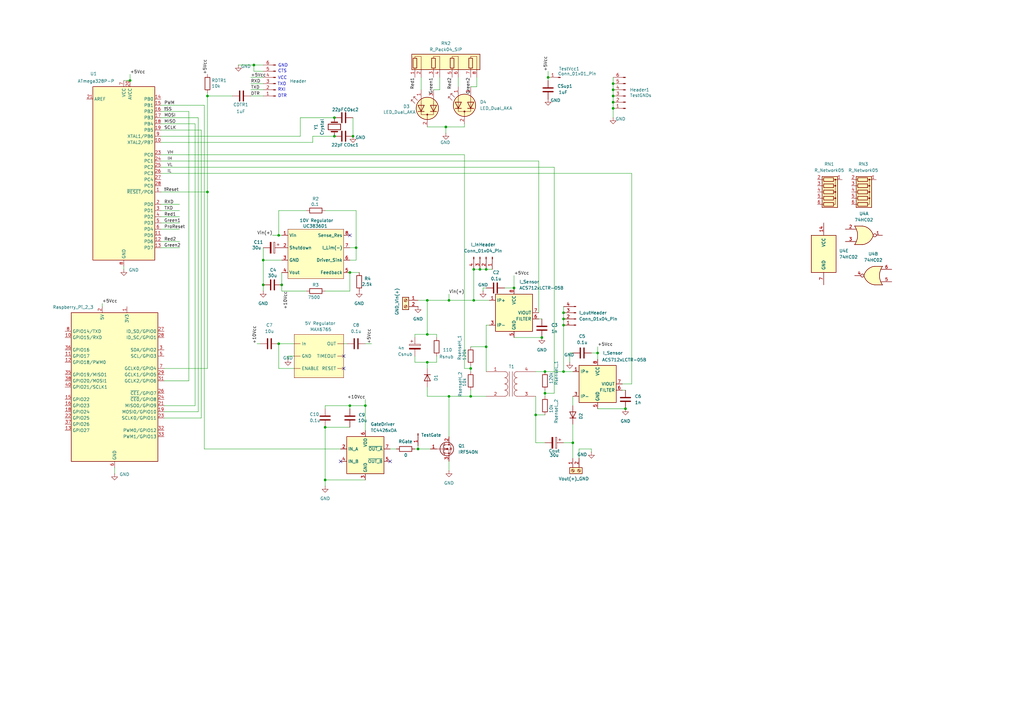
<source format=kicad_sch>
(kicad_sch (version 20250114) (generator "eeschema") (generator_version "9.0")
  (paper "A3")
  (lib_symbols
    (symbol "74xx:74HC02" (pin_names (offset 1.016))
      (property "Reference" "U" (at 0 1.27 0))
      (property "Value" "74HC02" (at 0 -1.27 0))
      (symbol "74HC02_1_1"
        (pin input line (at -7.62 2.54 0) (length 4.318) (name "~") (number "2"))
        (pin input line (at -7.62 -2.54 0) (length 4.318) (name "~") (number "3"))
        (pin output inverted (at 7.62 0 180) (length 3.81) (name "~") (number "1"))
      )
      (symbol "74HC02_1_2"
        (pin input inverted (at -7.62 2.54 0) (length 3.81) (name "~") (number "2"))
        (pin input inverted (at -7.62 -2.54 0) (length 3.81) (name "~") (number "3"))
        (pin output line (at 7.62 0 180) (length 3.81) (name "~") (number "1"))
      )
      (symbol "74HC02_2_1"
        (pin input line (at -7.62 2.54 0) (length 4.318) (name "~") (number "5"))
        (pin input line (at -7.62 -2.54 0) (length 4.318) (name "~") (number "6"))
        (pin output inverted (at 7.62 0 180) (length 3.81) (name "~") (number "4"))
      )
      (symbol "74HC02_2_2"
        (pin input inverted (at -7.62 2.54 0) (length 3.81) (name "~") (number "5"))
        (pin input inverted (at -7.62 -2.54 0) (length 3.81) (name "~") (number "6"))
        (pin output line (at 7.62 0 180) (length 3.81) (name "~") (number "4"))
      )
      (symbol "74HC02_3_1"
        (pin input line (at -7.62 2.54 0) (length 4.318) (name "~") (number "8"))
        (pin input line (at -7.62 -2.54 0) (length 4.318) (name "~") (number "9"))
        (pin output inverted (at 7.62 0 180) (length 3.81) (name "~") (number "10"))
      )
      (symbol "74HC02_3_2"
        (pin input inverted (at -7.62 2.54 0) (length 3.81) (name "~") (number "8"))
        (pin input inverted (at -7.62 -2.54 0) (length 3.81) (name "~") (number "9"))
        (pin output line (at 7.62 0 180) (length 3.81) (name "~") (number "10"))
      )
      (symbol "74HC02_4_1"
        (pin input line (at -7.62 2.54 0) (length 4.318) (name "~") (number "11"))
        (pin input line (at -7.62 -2.54 0) (length 4.318) (name "~") (number "12"))
        (pin output inverted (at 7.62 0 180) (length 3.81) (name "~") (number "13"))
      )
      (symbol "74HC02_4_2"
        (pin input inverted (at -7.62 2.54 0) (length 3.81) (name "~") (number "11"))
        (pin input inverted (at -7.62 -2.54 0) (length 3.81) (name "~") (number "12"))
        (pin output line (at 7.62 0 180) (length 3.81) (name "~") (number "13"))
      )
      (symbol "74HC02_5_0"
        (pin power_in line (at 0 12.7 270) (length 5.08) (name "VCC") (number "14"))
        (pin power_in line (at 0 -12.7 90) (length 5.08) (name "GND") (number "7"))
      )
    )
    (symbol "Connector:Conn_01x01_Pin" (pin_names (offset 1.016) (hide yes))
      (property "Reference" "J" (at 0 2.54 0))
      (property "Value" "Conn_01x01_Pin" (at 0 -2.54 0))
      (symbol "Conn_01x01_Pin_1_1"
        (pin passive line (at 5.08 0 180) (length 3.81) (name "Pin_1") (number "1"))
      )
    )
    (symbol "Connector:Conn_01x04_Pin" (pin_names (offset 1.016) (hide yes))
      (property "Reference" "J" (at 0 5.08 0))
      (property "Value" "Conn_01x04_Pin" (at 0 -7.62 0))
      (symbol "Conn_01x04_Pin_1_1"
        (pin passive line (at 5.08 2.54 180) (length 3.81) (name "Pin_1") (number "1"))
        (pin passive line (at 5.08 0 180) (length 3.81) (name "Pin_2") (number "2"))
        (pin passive line (at 5.08 -2.54 180) (length 3.81) (name "Pin_3") (number "3"))
        (pin passive line (at 5.08 -5.08 180) (length 3.81) (name "Pin_4") (number "4"))
      )
    )
    (symbol "Connector:Raspberry_Pi_2_3"
      (property "Reference" "J" (at -17.78 31.75 0))
      (property "Value" "Raspberry_Pi_2_3" (at 10.16 -31.75 0))
      (symbol "Raspberry_Pi_2_3_1_1"
        (pin bidirectional line (at -20.32 22.86 0) (length 2.54) (name "GPIO14/TXD") (number "8"))
        (pin bidirectional line (at -20.32 20.32 0) (length 2.54) (name "GPIO15/RXD") (number "10"))
        (pin bidirectional line (at -20.32 15.24 0) (length 2.54) (name "GPIO16") (number "36"))
        (pin bidirectional line (at -20.32 12.7 0) (length 2.54) (name "GPIO17") (number "11"))
        (pin bidirectional line (at -20.32 10.16 0) (length 2.54) (name "GPIO18/PWM0") (number "12"))
        (pin bidirectional line (at -20.32 5.08 0) (length 2.54) (name "GPIO19/MISO1") (number "35"))
        (pin bidirectional line (at -20.32 2.54 0) (length 2.54) (name "GPIO20/MOSI1") (number "38"))
        (pin bidirectional line (at -20.32 0 0) (length 2.54) (name "GPIO21/SCLK1") (number "40"))
        (pin bidirectional line (at -20.32 -5.08 0) (length 2.54) (name "GPIO22") (number "15"))
        (pin bidirectional line (at -20.32 -7.62 0) (length 2.54) (name "GPIO23") (number "16"))
        (pin bidirectional line (at -20.32 -10.16 0) (length 2.54) (name "GPIO24") (number "18"))
        (pin bidirectional line (at -20.32 -12.7 0) (length 2.54) (name "GPIO25") (number "22"))
        (pin bidirectional line (at -20.32 -15.24 0) (length 2.54) (name "GPIO26") (number "37"))
        (pin bidirectional line (at -20.32 -17.78 0) (length 2.54) (name "GPIO27") (number "13"))
        (pin power_in line (at -5.08 33.02 270) (length 2.54) (name "5V") (number "2"))
        (pin passive line (at -5.08 33.02 270) (length 2.54) (hide yes) (name "5V") (number "4"))
        (pin passive line (at 0 -33.02 90) (length 2.54) (hide yes) (name "GND") (number "14"))
        (pin passive line (at 0 -33.02 90) (length 2.54) (hide yes) (name "GND") (number "20"))
        (pin passive line (at 0 -33.02 90) (length 2.54) (hide yes) (name "GND") (number "25"))
        (pin passive line (at 0 -33.02 90) (length 2.54) (hide yes) (name "GND") (number "30"))
        (pin passive line (at 0 -33.02 90) (length 2.54) (hide yes) (name "GND") (number "34"))
        (pin passive line (at 0 -33.02 90) (length 2.54) (hide yes) (name "GND") (number "39"))
        (pin power_in line (at 0 -33.02 90) (length 2.54) (name "GND") (number "6"))
        (pin passive line (at 0 -33.02 90) (length 2.54) (hide yes) (name "GND") (number "9"))
        (pin power_in line (at 5.08 33.02 270) (length 2.54) (name "3V3") (number "1"))
        (pin passive line (at 5.08 33.02 270) (length 2.54) (hide yes) (name "3V3") (number "17"))
        (pin bidirectional line (at 20.32 22.86 180) (length 2.54) (name "ID_SD/GPIO0") (number "27"))
        (pin bidirectional line (at 20.32 20.32 180) (length 2.54) (name "ID_SC/GPIO1") (number "28"))
        (pin bidirectional line (at 20.32 15.24 180) (length 2.54) (name "SDA/GPIO2") (number "3"))
        (pin bidirectional line (at 20.32 12.7 180) (length 2.54) (name "SCL/GPIO3") (number "5"))
        (pin bidirectional line (at 20.32 7.62 180) (length 2.54) (name "GCLK0/GPIO4") (number "7"))
        (pin bidirectional line (at 20.32 5.08 180) (length 2.54) (name "GCLK1/GPIO5") (number "29"))
        (pin bidirectional line (at 20.32 2.54 180) (length 2.54) (name "GCLK2/GPIO6") (number "31"))
        (pin bidirectional line (at 20.32 -2.54 180) (length 2.54) (name "~{CE1}/GPIO7") (number "26"))
        (pin bidirectional line (at 20.32 -5.08 180) (length 2.54) (name "~{CE0}/GPIO8") (number "24"))
        (pin bidirectional line (at 20.32 -7.62 180) (length 2.54) (name "MISO0/GPIO9") (number "21"))
        (pin bidirectional line (at 20.32 -10.16 180) (length 2.54) (name "MOSI0/GPIO10") (number "19"))
        (pin bidirectional line (at 20.32 -12.7 180) (length 2.54) (name "SCLK0/GPIO11") (number "23"))
        (pin bidirectional line (at 20.32 -17.78 180) (length 2.54) (name "PWM0/GPIO12") (number "32"))
        (pin bidirectional line (at 20.32 -20.32 180) (length 2.54) (name "PWM1/GPIO13") (number "33"))
      )
    )
    (symbol "Connector:Screw_Terminal_01x02" (pin_names (offset 1.016) (hide yes))
      (property "Reference" "J" (at 0 2.54 0))
      (property "Value" "Screw_Terminal_01x02" (at 0 -5.08 0))
      (symbol "Screw_Terminal_01x02_1_1"
        (pin passive line (at -5.08 0 0) (length 3.81) (name "Pin_1") (number "1"))
        (pin passive line (at -5.08 -2.54 0) (length 3.81) (name "Pin_2") (number "2"))
      )
    )
    (symbol "Device:C" (pin_numbers (hide yes)) (pin_names (offset 0.254))
      (property "Reference" "C" (at 0.635 2.54 0))
      (property "Value" "C" (at 0.635 -2.54 0))
      (symbol "C_1_1"
        (pin passive line (at 0 3.81 270) (length 2.794) (name "~") (number "1"))
        (pin passive line (at 0 -3.81 90) (length 2.794) (name "~") (number "2"))
      )
    )
    (symbol "Device:C_Polarized" (pin_numbers (hide yes)) (pin_names (offset 0.254))
      (property "Reference" "C" (at 0.635 2.54 0))
      (property "Value" "C_Polarized" (at 0.635 -2.54 0))
      (symbol "C_Polarized_1_1"
        (pin passive line (at 0 3.81 270) (length 2.794) (name "~") (number "1"))
        (pin passive line (at 0 -3.81 90) (length 2.794) (name "~") (number "2"))
      )
    )
    (symbol "Device:D" (pin_numbers (hide yes)) (pin_names (offset 1.016) (hide yes))
      (property "Reference" "D" (at 0 2.54 0))
      (property "Value" "D" (at 0 -2.54 0))
      (symbol "D_1_1"
        (pin passive line (at -3.81 0 0) (length 2.54) (name "K") (number "1"))
        (pin passive line (at 3.81 0 180) (length 2.54) (name "A") (number "2"))
      )
    )
    (symbol "Device:LED_Dual_AKA" (pin_names (offset 0) (hide yes))
      (property "Reference" "D" (at 0 5.715 0))
      (property "Value" "LED_Dual_AKA" (at 0 -6.35 0))
      (symbol "LED_Dual_AKA_1_1"
        (pin input line (at -7.62 0 0) (length 3.048) (name "K") (number "2"))
        (pin input line (at 7.62 2.54 180) (length 3.81) (name "A1") (number "1"))
        (pin input line (at 7.62 -2.54 180) (length 3.81) (name "A2") (number "3"))
      )
    )
    (symbol "Device:R" (pin_numbers (hide yes)) (pin_names (offset 0))
      (property "Reference" "R" (at 2.032 0 90))
      (property "Value" "R" (at 0 0 90))
      (symbol "R_1_1"
        (pin passive line (at 0 3.81 270) (length 1.27) (name "~") (number "1"))
        (pin passive line (at 0 -3.81 90) (length 1.27) (name "~") (number "2"))
      )
    )
    (symbol "Device:R_Network05" (pin_names (offset 0) (hide yes))
      (property "Reference" "RN" (at -7.62 0 90))
      (property "Value" "R_Network05" (at 7.62 0 90))
      (symbol "R_Network05_1_1"
        (pin passive line (at -5.08 5.08 270) (length 2.54) (name "common") (number "1"))
        (pin passive line (at -5.08 -5.08 90) (length 1.27) (name "R1") (number "2"))
        (pin passive line (at -2.54 -5.08 90) (length 1.27) (name "R2") (number "3"))
        (pin passive line (at 0 -5.08 90) (length 1.27) (name "R3") (number "4"))
        (pin passive line (at 2.54 -5.08 90) (length 1.27) (name "R4") (number "5"))
        (pin passive line (at 5.08 -5.08 90) (length 1.27) (name "R5") (number "6"))
      )
    )
    (symbol "Device:R_Pack04_SIP" (pin_names (offset 0) (hide yes))
      (property "Reference" "RN" (at -15.24 0 90))
      (property "Value" "R_Pack04_SIP" (at 15.24 0 90))
      (symbol "R_Pack04_SIP_1_1"
        (pin passive line (at -12.7 -5.08 90) (length 3.81) (name "R1.1") (number "1"))
        (pin passive line (at -10.16 -5.08 90) (length 3.81) (name "R1.2") (number "2"))
        (pin passive line (at -5.08 -5.08 90) (length 3.81) (name "R2.1") (number "3"))
        (pin passive line (at -2.54 -5.08 90) (length 3.81) (name "R2.2") (number "4"))
        (pin passive line (at 2.54 -5.08 90) (length 3.81) (name "R3.1") (number "5"))
        (pin passive line (at 5.08 -5.08 90) (length 3.81) (name "R3.2") (number "6"))
        (pin passive line (at 10.16 -5.08 90) (length 3.81) (name "R4.1") (number "7"))
        (pin passive line (at 12.7 -5.08 90) (length 3.81) (name "R4.2") (number "8"))
      )
    )
    (symbol "Device:Transformer_1P_1S" (pin_names (offset 1.016) (hide yes))
      (property "Reference" "T" (at 0 6.35 0))
      (property "Value" "Transformer_1P_1S" (at 0 -7.62 0))
      (symbol "Transformer_1P_1S_1_1"
        (pin passive line (at -10.16 5.08 0) (length 7.62) (name "AA") (number "1"))
        (pin passive line (at -10.16 -5.08 0) (length 7.62) (name "AB") (number "2"))
        (pin passive line (at 10.16 5.08 180) (length 7.62) (name "SB") (number "4"))
        (pin passive line (at 10.16 -5.08 180) (length 7.62) (name "SA") (number "3"))
      )
    )
    (symbol "Driver_FET:TC4426xOA"
      (property "Reference" "U" (at -7.62 8.89 0))
      (property "Value" "TC4426xOA" (at 1.27 8.89 0))
      (symbol "TC4426xOA_1_1"
        (pin input line (at -10.16 2.54 0) (length 2.54) (name "IN_A") (number "2"))
        (pin input line (at -10.16 -2.54 0) (length 2.54) (name "IN_B") (number "4"))
        (pin no_connect line (at -7.62 0 0) (length 2.54) (hide yes) (name "NC") (number "1"))
        (pin power_in line (at 0 10.16 270) (length 2.54) (name "VDD") (number "6"))
        (pin power_in line (at 0 -10.16 90) (length 2.54) (name "GND") (number "3"))
        (pin no_connect line (at 7.62 0 180) (length 2.54) (hide yes) (name "NC") (number "8"))
        (pin output line (at 10.16 2.54 180) (length 2.54) (name "~{OUT_A}") (number "7"))
        (pin output line (at 10.16 -2.54 180) (length 2.54) (name "~{OUT_B}") (number "5"))
      )
    )
    (symbol "MCU_Microchip_ATmega:ATmega328P-P"
      (property "Reference" "U" (at -12.7 36.83 0))
      (property "Value" "ATmega328P-P" (at 2.54 -36.83 0))
      (symbol "ATmega328P-P_1_1"
        (pin passive line (at -15.24 30.48 0) (length 2.54) (name "AREF") (number "21"))
        (pin power_in line (at 0 38.1 270) (length 2.54) (name "VCC") (number "7"))
        (pin passive line (at 0 -38.1 90) (length 2.54) (hide yes) (name "GND") (number "22"))
        (pin power_in line (at 0 -38.1 90) (length 2.54) (name "GND") (number "8"))
        (pin power_in line (at 2.54 38.1 270) (length 2.54) (name "AVCC") (number "20"))
        (pin bidirectional line (at 15.24 30.48 180) (length 2.54) (name "PB0") (number "14"))
        (pin bidirectional line (at 15.24 27.94 180) (length 2.54) (name "PB1") (number "15"))
        (pin bidirectional line (at 15.24 25.4 180) (length 2.54) (name "PB2") (number "16"))
        (pin bidirectional line (at 15.24 22.86 180) (length 2.54) (name "PB3") (number "17"))
        (pin bidirectional line (at 15.24 20.32 180) (length 2.54) (name "PB4") (number "18"))
        (pin bidirectional line (at 15.24 17.78 180) (length 2.54) (name "PB5") (number "19"))
        (pin bidirectional line (at 15.24 15.24 180) (length 2.54) (name "XTAL1/PB6") (number "9"))
        (pin bidirectional line (at 15.24 12.7 180) (length 2.54) (name "XTAL2/PB7") (number "10"))
        (pin bidirectional line (at 15.24 7.62 180) (length 2.54) (name "PC0") (number "23"))
        (pin bidirectional line (at 15.24 5.08 180) (length 2.54) (name "PC1") (number "24"))
        (pin bidirectional line (at 15.24 2.54 180) (length 2.54) (name "PC2") (number "25"))
        (pin bidirectional line (at 15.24 0 180) (length 2.54) (name "PC3") (number "26"))
        (pin bidirectional line (at 15.24 -2.54 180) (length 2.54) (name "PC4") (number "27"))
        (pin bidirectional line (at 15.24 -5.08 180) (length 2.54) (name "PC5") (number "28"))
        (pin bidirectional line (at 15.24 -7.62 180) (length 2.54) (name "~{RESET}/PC6") (number "1"))
        (pin bidirectional line (at 15.24 -12.7 180) (length 2.54) (name "PD0") (number "2"))
        (pin bidirectional line (at 15.24 -15.24 180) (length 2.54) (name "PD1") (number "3"))
        (pin bidirectional line (at 15.24 -17.78 180) (length 2.54) (name "PD2") (number "4"))
        (pin bidirectional line (at 15.24 -20.32 180) (length 2.54) (name "PD3") (number "5"))
        (pin bidirectional line (at 15.24 -22.86 180) (length 2.54) (name "PD4") (number "6"))
        (pin bidirectional line (at 15.24 -25.4 180) (length 2.54) (name "PD5") (number "11"))
        (pin bidirectional line (at 15.24 -27.94 180) (length 2.54) (name "PD6") (number "12"))
        (pin bidirectional line (at 15.24 -30.48 180) (length 2.54) (name "PD7") (number "13"))
      )
    )
    (symbol "New_Library:MAX6765"
      (property "Reference" "MAX6765" (at 0 0 0))
      (symbol "MAX6765_1_1"
        (pin input line (at -10.16 -5.08 0) (length 2.54) (name "In") (number ""))
        (pin input line (at -10.16 -10.16 0) (length 2.54) (name "GND") (number ""))
        (pin input line (at -10.16 -15.24 0) (length 2.54) (name "ENABLE") (number ""))
        (pin input line (at 10.16 -5.08 180) (length 2.54) (name "OUT") (number ""))
        (pin input line (at 10.16 -10.16 180) (length 2.54) (name "TIMEOUT") (number ""))
        (pin input line (at 10.16 -15.24 180) (length 2.54) (name "RESET") (number ""))
      )
    )
    (symbol "Regulator:UC2836D"
      (property "Reference" "UC2836D" (at 0 0 0))
      (symbol "UC2836D_1_1"
        (pin input line (at -13.97 -3.81 0) (length 2.54) (name "Vin") (number "1"))
        (pin input line (at -13.97 -8.89 0) (length 2.54) (name "Shutdown") (number "2"))
        (pin output line (at -13.97 -13.97 0) (length 2.54) (name "GND") (number "3"))
        (pin output line (at -13.97 -19.05 0) (length 2.54) (name "Vout") (number "4"))
        (pin unspecified line (at 13.97 -3.81 180) (length 2.54) (name "Sense_Res") (number "8"))
        (pin output line (at 13.97 -8.89 180) (length 2.54) (name "I_Lim(-)") (number "7"))
        (pin input line (at 13.97 -13.97 180) (length 2.54) (name "Driver_Sink") (number "6"))
        (pin input line (at 13.97 -19.05 180) (length 2.54) (name "Feedback") (number "5"))
      )
    )
    (symbol "Sensor_Current:ACS712xLCTR-05B"
      (property "Reference" "U" (at 2.54 11.43 0))
      (property "Value" "ACS712xLCTR-05B" (at 2.54 8.89 0))
      (symbol "ACS712xLCTR-05B_1_1"
        (pin passive line (at -10.16 5.08 0) (length 2.54) (name "IP+") (number "1"))
        (pin passive line (at -10.16 5.08 0) (length 2.54) (hide yes) (name "IP+") (number "2"))
        (pin passive line (at -10.16 -5.08 0) (length 2.54) (name "IP-") (number "3"))
        (pin passive line (at -10.16 -5.08 0) (length 2.54) (hide yes) (name "IP-") (number "4"))
        (pin power_in line (at 0 10.16 270) (length 2.54) (name "VCC") (number "8"))
        (pin power_in line (at 0 -10.16 90) (length 2.54) (name "GND") (number "5"))
        (pin output line (at 10.16 0 180) (length 2.54) (name "VIOUT") (number "7"))
        (pin passive line (at 10.16 -2.54 180) (length 2.54) (name "FILTER") (number "6"))
      )
    )
    (symbol "Transistor_FET:IRF540N" (pin_names (hide yes))
      (property "Reference" "Q" (at 5.08 1.905 0))
      (property "Value" "IRF540N" (at 5.08 0 0))
      (symbol "IRF540N_1_1"
        (pin input line (at -5.08 0 0) (length 2.54) (name "G") (number "1"))
        (pin passive line (at 2.54 5.08 270) (length 2.54) (name "D") (number "2"))
        (pin passive line (at 2.54 -5.08 90) (length 2.54) (name "S") (number "3"))
      )
    )
    (symbol "Xtal_16MHz:Crystal" (pin_numbers (hide yes)) (pin_names (offset 1.016) (hide yes))
      (property "Reference" "Y" (at 0 3.81 0))
      (property "Value" "Crystal" (at 0 -3.81 0))
      (symbol "Crystal_1_1"
        (pin passive line (at -3.81 0 0) (length 1.27) (name "1") (number "1"))
        (pin passive line (at 3.81 0 180) (length 1.27) (name "2") (number "2"))
      )
    )
    (symbol "conn_01x06_male:Conn_01x06_Male" (pin_names (offset 1.016) (hide yes))
      (property "Reference" "HeaderFTDI1" (at -6.35 -1.524 0))
      (property "Value" "Conn_01x06_Male" (at -6.35 -3.8354 0))
      (symbol "Conn_01x06_Male_1_1"
        (pin passive line (at 5.08 5.08 180) (length 3.81) (name "Pin_1") (number "1"))
        (pin passive line (at 5.08 2.54 180) (length 3.81) (name "Pin_2") (number "2"))
        (pin passive line (at 5.08 0 180) (length 3.81) (name "Pin_3") (number "3"))
        (pin passive line (at 5.08 -2.54 180) (length 3.81) (name "Pin_4") (number "4"))
        (pin passive line (at 5.08 -5.08 180) (length 3.81) (name "Pin_5") (number "5"))
        (pin passive line (at 5.08 -7.62 180) (length 3.81) (name "Pin_6") (number "6"))
      )
    )
    (symbol "power:GND" (power) (pin_numbers (hide yes)) (pin_names (offset 0) (hide yes))
      (property "Value" "GND" (at 0 -3.81 0))
      (symbol "GND_1_1"
        (pin power_in line (at 0 0 270) (length 0) (name "~") (number "1"))
      )
    )
  )
  (text "VCC" (at 115.824 32.004 0) (effects (font (size 1.27 1.27))))
  (text "CTS\n" (at 115.824 29.21 0) (effects (font (size 1.27 1.27))))
  (text "TXO\n\n" (at 115.57 35.56 0) (effects (font (size 1.27 1.27))))
  (text "DTR\n" (at 115.824 39.37 0) (effects (font (size 1.27 1.27))))
  (text "RXI\n" (at 115.57 36.83 0) (effects (font (size 1.27 1.27))))
  (text "GND\n\n" (at 116.078 27.94 0) (effects (font (size 1.27 1.27))))
  (junction (at 175.26 123.19))
  (junction (at 231.14 130.81))
  (junction (at 133.35 175.26))
  (junction (at 149.86 166.37))
  (junction (at 199.39 110.49))
  (junction (at 143.51 166.37))
  (junction (at 194.31 123.19))
  (junction (at 175.26 137.16))
  (junction (at 210.82 118.11))
  (junction (at 196.85 110.49))
  (junction (at 251.46 41.91))
  (junction (at 231.14 128.27))
  (junction (at 193.04 151.13))
  (junction (at 182.88 52.07))
  (junction (at 104.14 26.67))
  (junction (at 224.79 31.75))
  (junction (at 245.11 144.78))
  (junction (at 234.95 181.61))
  (junction (at 144.78 55.88))
  (junction (at 251.46 44.45))
  (junction (at 115.57 116.84))
  (junction (at 114.3 140.97))
  (junction (at 231.14 152.4))
  (junction (at 171.45 184.15))
  (junction (at 107.95 106.68))
  (junction (at 251.46 36.83))
  (junction (at 231.14 133.35))
  (junction (at 251.46 34.29))
  (junction (at 223.52 161.29))
  (junction (at 175.26 148.59))
  (junction (at 143.51 111.76))
  (junction (at 193.04 162.56))
  (junction (at 85.09 39.37))
  (junction (at 184.15 123.19))
  (junction (at 184.15 162.56))
  (junction (at 194.31 110.49))
  (junction (at 223.52 152.4))
  (junction (at 107.95 116.84))
  (junction (at 256.54 167.64))
  (junction (at 222.25 138.43))
  (junction (at 146.05 101.6))
  (junction (at 114.3 96.52))
  (junction (at 251.46 39.37))
  (junction (at 85.09 78.74))
  (junction (at 53.34 33.02))
  (junction (at 199.39 142.24))
  (junction (at 137.16 55.88))
  (junction (at 137.16 48.26))
  (junction (at 133.35 196.85))
  (junction (at 219.71 170.18))
  (no_connect (at 140.97 151.13))
  (no_connect (at 143.51 96.52))
  (no_connect (at 140.97 146.05))
  (no_connect (at 139.7 189.23))
  (no_connect (at 160.02 189.23))
  (wire (pts (xy 80.01 166.37) (xy 80.01 50.8)))
  (wire (pts (xy 231.14 133.35) (xy 231.14 152.4)))
  (wire (pts (xy 67.31 166.37) (xy 80.01 166.37)))
  (wire (pts (xy 146.05 106.68) (xy 146.05 101.6)))
  (wire (pts (xy 123.19 55.88) (xy 66.04 55.88)))
  (wire (pts (xy 234.95 162.56) (xy 234.95 166.37)))
  (wire (pts (xy 251.46 34.29) (xy 251.46 36.83)))
  (wire (pts (xy 111.76 96.52) (xy 114.3 96.52)))
  (wire (pts (xy 219.71 170.18) (xy 223.52 170.18)))
  (wire (pts (xy 194.31 110.49) (xy 196.85 110.49)))
  (wire (pts (xy 193.04 142.24) (xy 199.39 142.24)))
  (wire (pts (xy 46.99 191.77) (xy 46.99 194.31)))
  (wire (pts (xy 219.71 162.56) (xy 219.71 170.18)))
  (wire (pts (xy 223.52 152.4) (xy 231.14 152.4)))
  (wire (pts (xy 219.71 170.18) (xy 219.71 181.61)))
  (wire (pts (xy 77.47 156.21) (xy 77.47 45.72)))
  (wire (pts (xy 199.39 118.11) (xy 198.12 118.11)))
  (wire (pts (xy 190.5 151.13) (xy 193.04 151.13)))
  (wire (pts (xy 222.25 130.81) (xy 220.98 130.81)))
  (wire (pts (xy 128.27 55.88) (xy 128.27 58.42)))
  (wire (pts (xy 231.14 130.81) (xy 231.14 133.35)))
  (wire (pts (xy 179.07 148.59) (xy 179.07 146.05)))
  (wire (pts (xy 133.35 175.26) (xy 133.35 196.85)))
  (wire (pts (xy 199.39 162.56) (xy 193.04 162.56)))
  (wire (pts (xy 85.09 78.74) (xy 85.09 39.37)))
  (wire (pts (xy 102.87 34.29) (xy 107.95 34.29)))
  (wire (pts (xy 133.35 86.36) (xy 146.05 86.36)))
  (wire (pts (xy 83.82 43.18) (xy 83.82 184.15)))
  (wire (pts (xy 207.01 118.11) (xy 210.82 118.11)))
  (wire (pts (xy 182.88 52.07) (xy 190.5 52.07)))
  (wire (pts (xy 67.31 171.45) (xy 82.55 171.45)))
  (wire (pts (xy 259.08 71.12) (xy 259.08 157.48)))
  (wire (pts (xy 118.11 146.05) (xy 120.65 146.05)))
  (wire (pts (xy 245.11 144.78) (xy 245.11 147.32)))
  (wire (pts (xy 105.41 140.97) (xy 106.68 140.97)))
  (wire (pts (xy 251.46 41.91) (xy 251.46 44.45)))
  (wire (pts (xy 175.26 52.07) (xy 182.88 52.07)))
  (wire (pts (xy 180.34 31.75) (xy 180.34 36.83)))
  (wire (pts (xy 160.02 184.15) (xy 162.56 184.15)))
  (wire (pts (xy 133.35 119.38) (xy 143.51 119.38)))
  (wire (pts (xy 251.46 39.37) (xy 251.46 41.91)))
  (wire (pts (xy 85.09 39.37) (xy 95.25 39.37)))
  (wire (pts (xy 82.55 171.45) (xy 82.55 53.34)))
  (wire (pts (xy 104.14 26.67) (xy 107.95 26.67)))
  (wire (pts (xy 231.14 125.73) (xy 231.14 128.27)))
  (wire (pts (xy 66.04 83.82) (xy 73.66 83.82)))
  (wire (pts (xy 172.72 31.75) (xy 172.72 36.83)))
  (wire (pts (xy 233.68 144.78) (xy 233.68 148.59)))
  (wire (pts (xy 187.96 31.75) (xy 187.96 35.56)))
  (wire (pts (xy 179.07 138.43) (xy 179.07 137.16)))
  (wire (pts (xy 143.51 119.38) (xy 143.51 111.76)))
  (wire (pts (xy 175.26 162.56) (xy 175.26 158.75)))
  (wire (pts (xy 114.3 151.13) (xy 120.65 151.13)))
  (wire (pts (xy 149.86 166.37) (xy 149.86 176.53)))
  (wire (pts (xy 66.04 93.98) (xy 73.66 93.98)))
  (wire (pts (xy 144.78 48.26) (xy 144.78 55.88)))
  (wire (pts (xy 80.01 50.8) (xy 66.04 50.8)))
  (wire (pts (xy 50.8 33.02) (xy 53.34 33.02)))
  (wire (pts (xy 149.86 140.97) (xy 152.4 140.97)))
  (wire (pts (xy 210.82 113.03) (xy 210.82 118.11)))
  (wire (pts (xy 133.35 196.85) (xy 149.86 196.85)))
  (wire (pts (xy 149.86 166.37) (xy 149.86 163.83)))
  (wire (pts (xy 114.3 96.52) (xy 115.57 96.52)))
  (wire (pts (xy 170.18 146.05) (xy 170.18 148.59)))
  (wire (pts (xy 194.31 123.19) (xy 200.66 123.19)))
  (wire (pts (xy 53.34 30.48) (xy 53.34 33.02)))
  (wire (pts (xy 195.58 31.75) (xy 195.58 35.56)))
  (wire (pts (xy 184.15 120.65) (xy 184.15 123.19)))
  (wire (pts (xy 184.15 162.56) (xy 184.15 179.07)))
  (wire (pts (xy 171.45 184.15) (xy 176.53 184.15)))
  (wire (pts (xy 220.98 66.04) (xy 66.04 66.04)))
  (wire (pts (xy 196.85 110.49) (xy 199.39 110.49)))
  (wire (pts (xy 115.57 119.38) (xy 125.73 119.38)))
  (wire (pts (xy 107.95 106.68) (xy 115.57 106.68)))
  (wire (pts (xy 66.04 68.58) (xy 227.33 68.58)))
  (wire (pts (xy 170.18 184.15) (xy 171.45 184.15)))
  (wire (pts (xy 231.14 128.27) (xy 231.14 130.81)))
  (wire (pts (xy 133.35 175.26) (xy 143.51 175.26)))
  (wire (pts (xy 234.95 144.78) (xy 233.68 144.78)))
  (wire (pts (xy 128.27 55.88) (xy 137.16 55.88)))
  (wire (pts (xy 224.79 31.75) (xy 224.79 33.02)))
  (wire (pts (xy 193.04 151.13) (xy 193.04 152.4)))
  (wire (pts (xy 83.82 184.15) (xy 139.7 184.15)))
  (wire (pts (xy 199.39 110.49) (xy 201.93 110.49)))
  (wire (pts (xy 171.45 182.88) (xy 171.45 184.15)))
  (wire (pts (xy 193.04 162.56) (xy 184.15 162.56)))
  (wire (pts (xy 85.09 38.1) (xy 85.09 39.37)))
  (wire (pts (xy 114.3 86.36) (xy 125.73 86.36)))
  (wire (pts (xy 146.05 101.6) (xy 143.51 101.6)))
  (wire (pts (xy 251.46 31.75) (xy 251.46 34.29)))
  (wire (pts (xy 237.49 184.15) (xy 242.57 184.15)))
  (wire (pts (xy 177.8 36.83) (xy 180.34 36.83)))
  (wire (pts (xy 182.88 52.07) (xy 182.88 54.61)))
  (wire (pts (xy 199.39 142.24) (xy 199.39 152.4)))
  (wire (pts (xy 175.26 137.16) (xy 175.26 123.19)))
  (wire (pts (xy 114.3 96.52) (xy 114.3 86.36)))
  (wire (pts (xy 224.79 29.21) (xy 224.79 31.75)))
  (wire (pts (xy 184.15 123.19) (xy 194.31 123.19)))
  (wire (pts (xy 234.95 181.61) (xy 234.95 173.99)))
  (wire (pts (xy 133.35 167.64) (xy 133.35 166.37)))
  (wire (pts (xy 66.04 86.36) (xy 73.66 86.36)))
  (wire (pts (xy 245.11 142.24) (xy 245.11 144.78)))
  (wire (pts (xy 66.04 78.74) (xy 85.09 78.74)))
  (wire (pts (xy 193.04 35.56) (xy 195.58 35.56)))
  (wire (pts (xy 255.27 157.48) (xy 259.08 157.48)))
  (wire (pts (xy 123.19 48.26) (xy 137.16 48.26)))
  (wire (pts (xy 175.26 151.13) (xy 175.26 148.59)))
  (wire (pts (xy 256.54 160.02) (xy 255.27 160.02)))
  (wire (pts (xy 41.91 124.46) (xy 41.91 125.73)))
  (wire (pts (xy 219.71 181.61) (xy 223.52 181.61)))
  (wire (pts (xy 140.97 140.97) (xy 142.24 140.97)))
  (wire (pts (xy 245.11 167.64) (xy 256.54 167.64)))
  (wire (pts (xy 198.12 118.11) (xy 198.12 119.38)))
  (wire (pts (xy 193.04 149.86) (xy 193.04 151.13)))
  (wire (pts (xy 227.33 161.29) (xy 223.52 161.29)))
  (wire (pts (xy 97.79 26.67) (xy 104.14 26.67)))
  (wire (pts (xy 170.18 148.59) (xy 175.26 148.59)))
  (wire (pts (xy 223.52 161.29) (xy 223.52 160.02)))
  (wire (pts (xy 67.31 168.91) (xy 81.28 168.91)))
  (wire (pts (xy 175.26 162.56) (xy 184.15 162.56)))
  (wire (pts (xy 190.5 52.07) (xy 190.5 50.8)))
  (wire (pts (xy 237.49 184.15) (xy 237.49 187.96)))
  (wire (pts (xy 66.04 91.44) (xy 73.66 91.44)))
  (wire (pts (xy 102.87 31.75) (xy 107.95 31.75)))
  (wire (pts (xy 231.14 181.61) (xy 234.95 181.61)))
  (wire (pts (xy 231.14 152.4) (xy 234.95 152.4)))
  (wire (pts (xy 66.04 63.5) (xy 190.5 63.5)))
  (wire (pts (xy 146.05 86.36) (xy 146.05 101.6)))
  (wire (pts (xy 133.35 166.37) (xy 143.51 166.37)))
  (wire (pts (xy 234.95 181.61) (xy 234.95 187.96)))
  (wire (pts (xy 102.87 36.83) (xy 107.95 36.83)))
  (wire (pts (xy 66.04 99.06) (xy 73.66 99.06)))
  (wire (pts (xy 107.95 101.6) (xy 107.95 106.68)))
  (wire (pts (xy 66.04 71.12) (xy 259.08 71.12)))
  (wire (pts (xy 143.51 106.68) (xy 146.05 106.68)))
  (wire (pts (xy 66.04 88.9) (xy 73.66 88.9)))
  (wire (pts (xy 66.04 45.72) (xy 77.47 45.72)))
  (wire (pts (xy 251.46 44.45) (xy 251.46 48.26)))
  (wire (pts (xy 171.45 123.19) (xy 175.26 123.19)))
  (wire (pts (xy 170.18 137.16) (xy 175.26 137.16)))
  (wire (pts (xy 227.33 68.58) (xy 227.33 161.29)))
  (wire (pts (xy 85.09 151.13) (xy 85.09 78.74)))
  (wire (pts (xy 143.51 111.76) (xy 147.32 111.76)))
  (wire (pts (xy 107.95 119.38) (xy 107.95 116.84)))
  (wire (pts (xy 123.19 48.26) (xy 123.19 55.88)))
  (wire (pts (xy 200.66 133.35) (xy 199.39 133.35)))
  (wire (pts (xy 175.26 123.19) (xy 184.15 123.19)))
  (wire (pts (xy 81.28 168.91) (xy 81.28 48.26)))
  (wire (pts (xy 170.18 138.43) (xy 170.18 137.16)))
  (wire (pts (xy 220.98 128.27) (xy 220.98 66.04)))
  (wire (pts (xy 104.14 26.67) (xy 104.14 29.21)))
  (wire (pts (xy 184.15 189.23) (xy 184.15 193.04)))
  (wire (pts (xy 219.71 152.4) (xy 223.52 152.4)))
  (wire (pts (xy 210.82 138.43) (xy 222.25 138.43)))
  (wire (pts (xy 81.28 48.26) (xy 66.04 48.26)))
  (wire (pts (xy 114.3 151.13) (xy 114.3 140.97)))
  (wire (pts (xy 115.57 111.76) (xy 115.57 116.84)))
  (wire (pts (xy 66.04 101.6) (xy 73.66 101.6)))
  (wire (pts (xy 190.5 63.5) (xy 190.5 151.13)))
  (wire (pts (xy 107.95 106.68) (xy 107.95 116.84)))
  (wire (pts (xy 149.86 166.37) (xy 143.51 166.37)))
  (wire (pts (xy 118.11 146.05) (xy 118.11 147.32)))
  (wire (pts (xy 77.47 156.21) (xy 67.31 156.21)))
  (wire (pts (xy 107.95 29.21) (xy 104.14 29.21)))
  (wire (pts (xy 82.55 53.34) (xy 66.04 53.34)))
  (wire (pts (xy 115.57 116.84) (xy 115.57 119.38)))
  (wire (pts (xy 133.35 196.85) (xy 133.35 199.39)))
  (wire (pts (xy 128.27 58.42) (xy 66.04 58.42)))
  (wire (pts (xy 120.65 140.97) (xy 114.3 140.97)))
  (wire (pts (xy 175.26 137.16) (xy 179.07 137.16)))
  (wire (pts (xy 223.52 162.56) (xy 223.52 161.29)))
  (wire (pts (xy 50.8 109.22) (xy 50.8 110.49)))
  (wire (pts (xy 66.04 43.18) (xy 83.82 43.18)))
  (wire (pts (xy 67.31 151.13) (xy 85.09 151.13)))
  (wire (pts (xy 251.46 36.83) (xy 251.46 39.37)))
  (wire (pts (xy 102.87 39.37) (xy 107.95 39.37)))
  (wire (pts (xy 199.39 133.35) (xy 199.39 142.24)))
  (wire (pts (xy 193.04 160.02) (xy 193.04 162.56)))
  (wire (pts (xy 242.57 144.78) (xy 245.11 144.78)))
  (wire (pts (xy 143.51 166.37) (xy 143.51 167.64)))
  (wire (pts (xy 242.57 184.15) (xy 242.57 185.42)))
  (wire (pts (xy 179.07 148.59) (xy 175.26 148.59)))
  (wire (pts (xy 194.31 110.49) (xy 194.31 123.19)))
  (label "Red2" (at 185.42 31.75 270))
  (label "+5Vcc" (at 85.09 30.48 90))
  (label "TXD" (at 67.31 86.36 0))
  (label "Green2" (at 193.04 31.75 270))
  (label "MISO" (at 67.31 50.8 0))
  (label "ProReset" (at 67.31 93.98 0))
  (label "Vin(+)" (at 111.76 96.52 180))
  (label "Vin(+)" (at 184.15 120.65 0))
  (label "VH" (at 68.58 63.5 0))
  (label "IH" (at 68.58 66.04 0))
  (label "Green2" (at 67.31 101.6 0))
  (label "RXD" (at 67.31 83.82 0))
  (label "+10Vcc" (at 118.11 119.38 270))
  (label "+5Vcc" (at 210.82 113.03 0))
  (label "Red2" (at 67.31 99.06 0))
  (label "Green1" (at 177.8 31.75 270))
  (label "RXD" (at 102.87 34.29 0))
  (label "+10Vcc" (at 149.86 163.83 180))
  (label "Green1" (at 67.31 91.44 0))
  (label "!SS" (at 67.31 45.72 0))
  (label "Red1" (at 67.31 88.9 0))
  (label "+5Vcc" (at 152.4 140.97 90))
  (label "TXD" (at 102.87 36.83 0))
  (label "!Reset" (at 67.31 78.74 0))
  (label "DTR" (at 102.87 39.37 0))
  (label "+5Vcc" (at 41.91 124.46 0))
  (label "+5Vcc" (at 102.87 31.75 0))
  (label "SCLK" (at 67.31 53.34 0))
  (label "VL" (at 68.58 68.58 0))
  (label "+10Vcc" (at 105.41 140.97 90))
  (label "+5Vcc" (at 224.79 29.21 90))
  (label "MOSI" (at 67.31 48.26 0))
  (label "Red1" (at 170.18 31.75 270))
  (label "IL" (at 68.58 71.12 0))
  (label "+5Vcc" (at 245.11 142.24 0))
  (label "PWM" (at 67.31 43.18 0))
  (label "+5Vcc" (at 53.34 30.48 0))
  (symbol (lib_id "power:GND") (at 242.57 185.42 0) (unit 1)
    (property "Reference" "#PWR021" (effects (hide yes)))
    (property "Value" "GND" (at 238.76 186.436 0))
    (property "Description" "Power symbol creates a global label with name \"GND\" , ground" (effects (hide yes)))
  )
  (symbol (lib_id "74xx:74HC02") (at 354.33 96.52 0) (unit 1)
    (property "Reference" "U4" (at 354.33 87.63 0))
    (property "Value" "74HC02" (at 354.33 90.17 0))
    (property "Footprint" "Package_DIP:DIP-14_W7.62mm_LongPads" (effects (hide yes)))
    (property "Datasheet" "http://www.ti.com/lit/gpn/sn74hc02" (effects (hide yes)))
    (property "Description" "quad 2-input NOR gate" (effects (hide yes)))
  )
  (symbol (lib_id "power:GND") (at 256.54 167.64 0) (unit 1)
    (property "Reference" "#PWR06" (effects (hide yes)))
    (property "Value" "GND" (at 256.54 172.72 0))
    (property "Description" "Power symbol creates a global label with name \"GND\" , ground" (effects (hide yes)))
  )
  (symbol (lib_id "power:GND") (at 222.25 138.43 0) (unit 1)
    (property "Reference" "#PWR04" (effects (hide yes)))
    (property "Value" "GND" (at 222.25 143.51 0))
    (property "Description" "Power symbol creates a global label with name \"GND\" , ground" (effects (hide yes)))
  )
  (symbol (lib_id "power:GND") (at 50.8 110.49 0) (unit 1)
    (property "Reference" "#PWR011" (effects (hide yes)))
    (property "Value" "GND" (at 54.864 110.744 0))
    (property "Description" "Power symbol creates a global label with name \"GND\" , ground" (effects (hide yes)))
  )
  (symbol (lib_id "Device:R") (at 193.04 146.05 180) (unit 1)
    (property "Reference" "RsenseH_1" (at 188.468 137.414 90) (effects (justify left)))
    (property "Value" "120k" (at 190.5 143.002 90) (effects (justify left)))
    (property "Description" "Resistor" (effects (hide yes)))
  )
  (symbol (lib_id "power:GND") (at 182.88 54.61 0) (unit 1)
    (property "Reference" "#PWR08" (effects (hide yes)))
    (property "Value" "GND" (at 182.626 58.42 0))
    (property "Description" "Power symbol creates a global label with name \"GND\" , ground" (effects (hide yes)))
  )
  (symbol (lib_id "Device:C") (at 146.05 140.97 90) (unit 1)
    (property "Reference" "C8" (at 146.05 133.35 90))
    (property "Value" "0.1u" (at 146.05 135.89 90))
    (property "Description" "Unpolarized capacitor" (effects (hide yes)))
  )
  (symbol (lib_id "Device:C") (at 140.97 48.26 270) (unit 1)
    (property "Reference" "COsc2" (at 140.97 44.958 90) (effects (justify left)))
    (property "Value" "22pF" (at 136.144 44.958 90) (effects (justify left)))
    (property "Footprint" "Capacitor_THT:C_Rect_L7.2mm_W3.5mm_P5.00mm_FKS2_FKP2_MKS2_MKP2" (effects (hide yes)))
  )
  (symbol (lib_id "Connector:Conn_01x01_Pin") (at 171.45 177.8 270) (unit 1)
    (property "Reference" "TestGate" (at 172.72 178.4349 90) (effects (justify left)))
    (property "Value" "Conn_01x01_Pin" (effects (hide yes)))
    (property "Footprint" "Connector_JST:JST_XH_B1B-XH-AM_1x01_P2.50mm_Vertical" (effects (hide yes)))
    (property "Description" "Generic connector, single row, 01x01, script generated" (effects (hide yes)))
  )
  (symbol (lib_id "Driver_FET:TC4426xOA") (at 149.86 186.69 0) (unit 1)
    (property "Reference" "GateDriver" (at 152.0033 173.99 0) (effects (justify left)))
    (property "Value" "TC4426xOA" (at 152.0033 176.53 0) (effects (justify left)))
    (property "Footprint" "Package_SO:SOIC-8_3.9x4.9mm_P1.27mm" (effects (hide yes)))
    (property "Datasheet" "https://ww1.microchip.com/downloads/en/DeviceDoc/20001422G.pdf" (effects (hide yes)))
    (property "Description" "1.5A Dual High-Speed Power MOSFET Drivers, 4.5...18V supply, TTL/CMOS compatible inputs, inverting drivers, SOIC-8" (effects (hide yes)))
  )
  (symbol (lib_id "power:GND") (at 224.79 40.64 0) (unit 1)
    (property "Reference" "#PWR015" (effects (hide yes)))
    (property "Value" "GND" (at 227.838 41.148 0))
    (property "Description" "Power symbol creates a global label with name \"GND\" , ground" (effects (hide yes)))
  )
  (symbol (lib_id "power:GND") (at 97.79 26.67 0) (unit 1)
    (property "Reference" "#PWR016" (effects (hide yes)))
    (property "Value" "GND" (at 100.838 27.178 0))
    (property "Description" "Power symbol creates a global label with name \"GND\" , ground" (effects (hide yes)))
  )
  (symbol (lib_id "Device:C") (at 99.06 39.37 90) (unit 1)
    (property "Reference" "CDTR1" (at 101.854 42.926 90) (effects (justify left)))
    (property "Value" "1uF" (at 100.584 45.72 90) (effects (justify left)))
    (property "Footprint" "Capacitor_THT:C_Rect_L7.2mm_W3.5mm_P5.00mm_FKS2_FKP2_MKS2_MKP2" (effects (hide yes)))
  )
  (symbol (lib_id "Sensor_Current:ACS712xLCTR-05B") (at 210.82 128.27 0) (unit 1)
    (property "Reference" "I_Sensor" (at 212.9633 115.57 0) (effects (justify left)))
    (property "Value" "ACS712xLCTR-05B" (at 212.9633 118.11 0) (effects (justify left)))
    (property "Footprint" "Package_SO:SOIC-8_3.9x4.9mm_P1.27mm" (effects (hide yes)))
    (property "Datasheet" "http://www.allegromicro.com/~/media/Files/Datasheets/ACS712-Datasheet.ashx?la=en" (effects (hide yes)))
    (property "Description" "±5A Bidirectional Hall-Effect Current Sensor, +5.0V supply, 185mV/A, SOIC-8" (effects (hide yes)))
  )
  (symbol (lib_id "Device:R_Network05") (at 354.33 78.74 270) (unit 1)
    (property "Reference" "RN3" (at 354.076 67.31 90))
    (property "Value" "R_Network05" (at 354.076 69.85 90))
    (property "Footprint" "Resistor_THT:R_Array_SIP6" (effects (hide yes)))
    (property "Datasheet" "http://www.vishay.com/docs/31509/csc.pdf" (effects (hide yes)))
    (property "Description" "5 resistor network, star topology, bussed resistors, small symbol" (effects (hide yes)))
  )
  (symbol (lib_id "Connector:Conn_01x04_Pin") (at 236.22 130.81 180) (unit 1)
    (property "Reference" "I_outHeader" (at 237.49 128.2699 0) (effects (justify right)))
    (property "Value" "Conn_01x04_Pin" (at 237.49 130.8099 0) (effects (justify right)))
    (property "Footprint" "Connector_PinHeader_2.54mm:PinHeader_1x04_P2.54mm_Vertical" (effects (hide yes)))
    (property "Description" "Generic connector, single row, 01x04, script generated" (effects (hide yes)))
  )
  (symbol (lib_id "Device:C") (at 222.25 134.62 180) (unit 1)
    (property "Reference" "C3" (at 226.06 133.3499 0) (effects (justify right)))
    (property "Value" "1n" (at 226.06 135.8899 0) (effects (justify right)))
    (property "Description" "Unpolarized capacitor" (effects (hide yes)))
  )
  (symbol (lib_id "power:GND") (at 171.45 125.73 0) (unit 1)
    (property "Reference" "#PWR018" (effects (hide yes)))
    (property "Value" "GND" (at 171.45 130.81 0))
    (property "Description" "Power symbol creates a global label with name \"GND\" , ground" (effects (hide yes)))
  )
  (symbol (lib_id "Device:C") (at 111.76 116.84 270) (unit 1)
    (property "Reference" "C4" (at 112.014 110.744 90))
    (property "Value" "30u" (at 111.76 113.03 90))
    (property "Description" "Unpolarized capacitor" (effects (hide yes)))
  )
  (symbol (lib_id "Connector:Conn_01x04_Pin") (at 199.39 105.41 270) (unit 1)
    (property "Reference" "I_InHeader" (at 198.12 100.33 90))
    (property "Value" "Conn_01x04_Pin" (at 198.12 102.87 90))
    (property "Footprint" "Connector_PinHeader_2.54mm:PinHeader_1x04_P2.54mm_Vertical" (effects (hide yes)))
    (property "Description" "Generic connector, single row, 01x04, script generated" (effects (hide yes)))
  )
  (symbol (lib_id "power:GND") (at 118.11 147.32 0) (unit 1)
    (property "Reference" "#PWR09" (effects (hide yes)))
    (property "Value" "GND" (at 118.11 146.812 0))
    (property "Description" "Power symbol creates a global label with name \"GND\" , ground" (effects (hide yes)))
  )
  (symbol (lib_id "Device:C_Polarized") (at 111.76 101.6 270) (unit 1)
    (property "Reference" "C11" (at 107.95 99.314 90) (effects (justify right)))
    (property "Value" "30u" (at 107.188 101.6 90) (effects (justify right)))
    (property "Description" "Polarized capacitor" (effects (hide yes)))
  )
  (symbol (lib_id "Device:C") (at 203.2 118.11 270) (unit 1)
    (property "Reference" "C2" (at 203.454 111.76 90))
    (property "Value" "0.1u" (at 203.454 114.3 90))
    (property "Description" "Unpolarized capacitor" (effects (hide yes)))
  )
  (symbol (lib_id "Device:D") (at 175.26 154.94 270) (unit 1)
    (property "Reference" "D1" (at 178.816 154.94 0))
    (property "Value" "D" (effects (hide yes)))
    (property "Description" "Diode" (effects (hide yes)))
    (property "Sim.Device" "D" (effects (hide yes)))
    (property "Sim.Pins" "1=K 2=A" (effects (hide yes)))
  )
  (symbol (lib_id "conn_01x06_male:Conn_01x06_Male") (at 256.54 39.37 180) (unit 1)
    (property "Reference" "Header1" (at 258.318 36.83 0) (effects (justify right)))
    (property "Value" "TestGNDs" (at 258.318 39.116 0) (effects (justify right)))
    (property "Footprint" "Atverter_vE:FTDI_USB_TTL_Header" (effects (hide yes)))
  )
  (symbol (lib_id "power:GND") (at 147.32 119.38 0) (unit 1)
    (property "Reference" "#PWR014" (effects (hide yes)))
    (property "Value" "GND" (at 147.32 124.46 0))
    (property "Description" "Power symbol creates a global label with name \"GND\" , ground" (effects (hide yes)))
  )
  (symbol (lib_id "Device:C") (at 224.79 36.83 0) (unit 1)
    (property "Reference" "CSup1" (at 228.6 35.306 0) (effects (justify left)))
    (property "Value" "1uF" (at 229.108 37.846 0) (effects (justify left)))
    (property "Footprint" "Capacitor_THT:C_Rect_L7.2mm_W3.5mm_P5.00mm_FKS2_FKP2_MKS2_MKP2" (effects (hide yes)))
  )
  (symbol (lib_id "Device:R") (at 85.09 34.29 180) (unit 1)
    (property "Reference" "RDTR1" (at 92.964 33.02 0) (effects (justify left)))
    (property "Value" "10k" (at 90.424 35.306 0) (effects (justify left)))
    (property "Description" "Resistor" (effects (hide yes)))
  )
  (symbol (lib_id "Device:R") (at 129.54 119.38 90) (unit 1)
    (property "Reference" "R3" (at 130.81 116.84 90) (effects (justify left)))
    (property "Value" "7500" (at 131.318 121.92 90) (effects (justify left)))
    (property "Description" "Resistor" (effects (hide yes)))
  )
  (symbol (lib_id "74xx:74HC02") (at 358.14 113.03 180) (unit 2)
    (property "Reference" "U4" (at 358.14 104.14 0))
    (property "Value" "74HC02" (at 358.14 106.68 0))
    (property "Footprint" "Package_DIP:DIP-14_W7.62mm_LongPads" (effects (hide yes)))
    (property "Datasheet" "http://www.ti.com/lit/gpn/sn74hc02" (effects (hide yes)))
    (property "Description" "quad 2-input NOR gate" (effects (hide yes)))
  )
  (symbol (lib_id "Sensor_Current:ACS712xLCTR-05B") (at 245.11 157.48 0) (unit 1)
    (property "Reference" "I_Sensor" (at 247.2533 144.78 0) (effects (justify left)))
    (property "Value" "ACS712xLCTR-05B" (at 246.888 147.574 0) (effects (justify left)))
    (property "Footprint" "Package_SO:SOIC-8_3.9x4.9mm_P1.27mm" (effects (hide yes)))
    (property "Datasheet" "http://www.allegromicro.com/~/media/Files/Datasheets/ACS712-Datasheet.ashx?la=en" (effects (hide yes)))
    (property "Description" "±5A Bidirectional Hall-Effect Current Sensor, +5.0V supply, 185mV/A, SOIC-8" (effects (hide yes)))
  )
  (symbol (lib_id "Device:LED_Dual_AKA") (at 190.5 43.18 90) (unit 1)
    (property "Reference" "D4" (at 196.85 41.8464 90) (effects (justify right)))
    (property "Value" "LED_Dual_AKA" (at 196.85 44.3864 90) (effects (justify right)))
    (property "Footprint" "FllybackVE:LED_3pin_P2.54mm" (effects (hide yes)))
    (property "Description" "Dual LED, common cathode on pin 2" (effects (hide yes)))
  )
  (symbol (lib_id "Device:C_Polarized") (at 170.18 142.24 0) (unit 1)
    (property "Reference" "Csnub" (at 169.164 145.288 0) (effects (justify right)))
    (property "Value" "4n" (at 165.862 142.748 0) (effects (justify right)))
    (property "Description" "Polarized capacitor" (effects (hide yes)))
  )
  (symbol (lib_id "Device:R_Network05") (at 340.36 78.74 270) (unit 1)
    (property "Reference" "RN1" (at 340.106 67.31 90))
    (property "Value" "R_Network05" (at 340.106 69.85 90))
    (property "Footprint" "Resistor_THT:R_Array_SIP6" (effects (hide yes)))
    (property "Datasheet" "http://www.vishay.com/docs/31509/csc.pdf" (effects (hide yes)))
    (property "Description" "5 resistor network, star topology, bussed resistors, small symbol" (effects (hide yes)))
  )
  (symbol (lib_id "MCU_Microchip_ATmega:ATmega328P-P") (at 50.8 71.12 0) (unit 1)
    (property "Reference" "U1" (at 38.354 30.226 0))
    (property "Value" "ATmega328P-P" (at 39.37 33.274 0))
    (property "Footprint" "Package_DIP:DIP-28_W7.62mm" (effects (hide yes)))
    (property "Datasheet" "http://ww1.microchip.com/downloads/en/DeviceDoc/ATmega328_P%20AVR%20MCU%20with%20picoPower%20Technology%20Data%20Sheet%2040001984A.pdf" (effects (hide yes)))
    (property "Description" "20MHz, 32kB Flash, 2kB SRAM, 1kB EEPROM, DIP-28" (effects (hide yes)))
  )
  (symbol (lib_id "power:GND") (at 107.95 119.38 0) (unit 1)
    (property "Reference" "#PWR013" (effects (hide yes)))
    (property "Value" "GND" (at 107.95 124.46 0))
    (property "Description" "Power symbol creates a global label with name \"GND\" , ground" (effects (hide yes)))
  )
  (symbol (lib_id "Device:LED_Dual_AKA") (at 175.26 44.45 90) (unit 1)
    (property "Reference" "D3" (at 165.354 43.688 90) (effects (justify right)))
    (property "Value" "LED_Dual_AKA" (at 157.226 45.974 90) (effects (justify right)))
    (property "Footprint" "ATverterE:LED_3pin_P2.54mm (1)" (effects (hide yes)))
    (property "Description" "Dual LED, common cathode on pin 2" (effects (hide yes)))
  )
  (symbol (lib_id "Device:R") (at 193.04 156.21 180) (unit 1)
    (property "Reference" "RsenseH_2" (at 188.722 152.4 90) (effects (justify left)))
    (property "Value" "10k" (at 190.5 154.9401 90) (effects (justify left)))
    (property "Description" "Resistor" (effects (hide yes)))
  )
  (symbol (lib_id "Device:R") (at 223.52 156.21 0) (unit 1)
    (property "Reference" "RsenseL_1" (at 228.092 157.988 90) (effects (justify left)))
    (property "Value" "120k" (at 226.06 157.4799 90) (effects (justify left)))
    (property "Description" "Resistor" (effects (hide yes)))
  )
  (symbol (lib_id "power:GND") (at 46.99 194.31 0) (unit 1)
    (property "Reference" "#PWR012" (effects (hide yes)))
    (property "Value" "GND" (at 51.054 194.564 0))
    (property "Description" "Power symbol creates a global label with name \"GND\" , ground" (effects (hide yes)))
  )
  (symbol (lib_id "Device:R") (at 129.54 86.36 90) (unit 1)
    (property "Reference" "R2" (at 130.81 81.534 90) (effects (justify left)))
    (property "Value" "0.1" (at 130.8099 83.82 90) (effects (justify left)))
    (property "Description" "Resistor" (effects (hide yes)))
  )
  (symbol (lib_id "Xtal_16MHz:Crystal") (at 137.16 52.07 90) (unit 1)
    (property "Reference" "Y1" (at 129.54 52.07 0))
    (property "Value" "Crystal" (at 132.08 52.07 0))
    (property "Footprint" "Crystal:Resonator-2Pin_W10.0mm_H5.0mm" (effects (hide yes)))
    (property "Description" "Two pin crystal" (effects (hide yes)))
  )
  (symbol (lib_id "Device:R") (at 166.37 184.15 90) (unit 1)
    (property "Reference" "RGate" (at 169.164 181.102 90) (effects (justify left)))
    (property "Value" "0" (at 167.132 186.69 90) (effects (justify left)))
    (property "Description" "Resistor" (effects (hide yes)))
  )
  (symbol (lib_id "power:GND") (at 251.46 48.26 0) (unit 1)
    (property "Reference" "#PWR017" (effects (hide yes)))
    (property "Value" "GND" (at 254.508 48.768 0))
    (property "Description" "Power symbol creates a global label with name \"GND\" , ground" (effects (hide yes)))
  )
  (symbol (lib_id "New_Library:MAX6765") (at 130.81 135.89 0) (unit 1)
    (property "Reference" "MAX6765" (at 131.572 135.128 0))
    (property "Value" "5V Regulator" (at 131.318 132.588 0))
    (property "Footprint" "FllybackVE:Max6765" (effects (hide yes)))
    (property "Datasheet" "https://www.mouser.com/datasheet/2/609/MAX6765_MAX6774-3470695.pdf" (effects (hide yes)))
  )
  (symbol (lib_id "power:GND") (at 184.15 193.04 0) (unit 1)
    (property "Reference" "#PWR019" (effects (hide yes)))
    (property "Value" "GND" (at 184.15 198.12 0))
    (property "Description" "Power symbol creates a global label with name \"GND\" , ground" (effects (hide yes)))
  )
  (symbol (lib_id "power:GND") (at 198.12 119.38 0) (unit 1)
    (property "Reference" "#PWR03" (effects (hide yes)))
    (property "Value" "GND" (at 198.12 116.84 0))
    (property "Description" "Power symbol creates a global label with name \"GND\" , ground" (effects (hide yes)))
  )
  (symbol (lib_id "Device:C") (at 238.76 144.78 270) (unit 1)
    (property "Reference" "C5" (at 238.76 137.922 90))
    (property "Value" "0.1u" (at 238.76 140.462 90))
    (property "Description" "Unpolarized capacitor" (effects (hide yes)))
  )
  (symbol (lib_id "Connector:Conn_01x01_Pin") (at 229.87 31.75 180) (unit 1)
    (property "Reference" "TestVcc1" (at 233.426 28.194 0))
    (property "Value" "Conn_01x01_Pin" (at 236.728 30.226 0))
    (property "Description" "Generic connector, single row, 01x01, script generated" (effects (hide yes)))
  )
  (symbol (lib_id "conn_01x06_male:Conn_01x06_Male") (at 113.03 34.29 180) (unit 1)
    (property "Reference" "Header" (at 118.872 33.274 0) (effects (justify right)))
    (property "Value" "Conn_01x06_Male" (effects (hide yes)))
    (property "Footprint" "FllybackVE:FTDI_USB_TTL_Header" (effects (hide yes)))
  )
  (symbol (lib_id "Device:C") (at 143.51 171.45 180) (unit 1)
    (property "Reference" "C9" (at 147.066 170.18 0) (effects (justify right)))
    (property "Value" "10u" (at 146.812 172.466 0) (effects (justify right)))
    (property "Description" "Unpolarized capacitor" (effects (hide yes)))
  )
  (symbol (lib_id "Connector:Screw_Terminal_01x02") (at 234.95 193.04 90) (mirror x) (unit 1)
    (property "Reference" "Vout(+)_GND" (at 229.108 196.342 90) (effects (justify right)))
    (property "Value" "Screw_Terminal_01x02" (effects (hide yes)))
    (property "Description" "Generic screw terminal, single row, 01x02, script generated (kicad-library-utils/schlib/autogen/connector/)" (effects (hide yes)))
  )
  (symbol (lib_id "Connector:Screw_Terminal_01x02") (at 166.37 123.19 0) (mirror y) (unit 1)
    (property "Reference" "GND_Vin(+)" (at 162.814 123.698 90))
    (property "Value" "Screw_Terminal_01x02" (effects (hide yes)))
    (property "Description" "Generic screw terminal, single row, 01x02, script generated (kicad-library-utils/schlib/autogen/connector/)" (effects (hide yes)))
  )
  (symbol (lib_id "Device:R") (at 147.32 115.57 180) (unit 1)
    (property "Reference" "R4" (at 152.146 114.3 0) (effects (justify left)))
    (property "Value" "2.5k" (at 152.654 116.586 0) (effects (justify left)))
    (property "Description" "Resistor" (effects (hide yes)))
  )
  (symbol (lib_id "Connector:Raspberry_Pi_2_3") (at 46.99 158.75 0) (unit 1)
    (property "Reference" "J1" (effects (hide yes)))
    (property "Value" "Raspberry_Pi_2_3" (at 21.59 125.984 0) (effects (justify left)))
    (property "Footprint" "ATverterE:Raspberry_Pi_Zero_and_Four" (effects (hide yes)))
    (property "Datasheet" "https://www.raspberrypi.org/documentation/hardware/raspberrypi/schematics/rpi_SCH_3bplus_1p0_reduced.pdf" (effects (hide yes)))
    (property "Description" "expansion header for Raspberry Pi 2 & 3" (effects (hide yes)))
  )
  (symbol (lib_id "power:GND") (at 133.35 199.39 0) (unit 1)
    (property "Reference" "#PWR010" (effects (hide yes)))
    (property "Value" "GND" (at 133.35 204.47 0))
    (property "Description" "Power symbol creates a global label with name \"GND\" , ground" (effects (hide yes)))
  )
  (symbol (lib_id "Device:R") (at 179.07 142.24 0) (unit 1)
    (property "Reference" "Rsnub" (at 180.086 146.304 0) (effects (justify left)))
    (property "Value" "110" (at 181.61 143.5099 0) (effects (justify left)))
    (property "Description" "Resistor" (effects (hide yes)))
  )
  (symbol (lib_id "power:GND") (at 144.78 55.88 0) (unit 1)
    (property "Reference" "#PWR07" (effects (hide yes)))
    (property "Value" "GND" (at 147.828 56.388 0))
    (property "Description" "Power symbol creates a global label with name \"GND\" , ground" (effects (hide yes)))
  )
  (symbol (lib_id "Device:R_Pack04_SIP") (at 182.88 26.67 0) (unit 1)
    (property "Reference" "RN2" (at 182.88 17.78 0))
    (property "Value" "R_Pack04_SIP" (at 182.88 20.32 0))
    (property "Footprint" "Resistor_THT:R_Array_SIP8" (effects (hide yes)))
    (property "Datasheet" "http://www.vishay.com/docs/31509/csc.pdf" (effects (hide yes)))
    (property "Description" "4 resistor network, parallel topology, SIP package" (effects (hide yes)))
  )
  (symbol (lib_id "Device:Transformer_1P_1S") (at 209.55 157.48 0) (unit 1)
    (property "Reference" "T1" (at 209.804 150.368 0))
    (property "Value" "Transformer_1P_1S" (effects (hide yes)))
    (property "Description" "Transformer, single primary, single secondary" (effects (hide yes)))
  )
  (symbol (lib_id "Device:R") (at 223.52 166.37 0) (unit 1)
    (property "Reference" "RsenseL_2" (at 228.092 173.736 90) (effects (justify left)))
    (property "Value" "10k" (at 226.06 169.418 90) (effects (justify left)))
    (property "Description" "Resistor" (effects (hide yes)))
  )
  (symbol (lib_id "Device:C") (at 133.35 171.45 180) (unit 1)
    (property "Reference" "C10" (at 127 169.926 0) (effects (justify right)))
    (property "Value" "0.1u" (at 127 172.466 0) (effects (justify right)))
    (property "Description" "Unpolarized capacitor" (effects (hide yes)))
  )
  (symbol (lib_id "power:GND") (at 233.68 148.59 0) (unit 1)
    (property "Reference" "#PWR05" (effects (hide yes)))
    (property "Value" "GND" (at 233.426 145.542 0))
    (property "Description" "Power symbol creates a global label with name \"GND\" , ground" (effects (hide yes)))
  )
  (symbol (lib_id "Regulator:UC2836D") (at 129.54 92.71 0) (unit 1)
    (property "Reference" "UC3836D1" (at 129.286 92.71 0))
    (property "Value" "10V Regulator" (at 129.794 90.424 0))
    (property "Footprint" "FllybackVE:UC2836" (effects (hide yes)))
  )
  (symbol (lib_id "Device:C") (at 110.49 140.97 270) (unit 1)
    (property "Reference" "C7" (at 110.49 133.35 90))
    (property "Value" "10u" (at 110.49 135.89 90))
    (property "Description" "Unpolarized capacitor" (effects (hide yes)))
  )
  (symbol (lib_id "Transistor_FET:IRF540N") (at 181.61 184.15 0) (unit 1)
    (property "Reference" "Q1" (at 187.96 182.8799 0) (effects (justify left)))
    (property "Value" "IRF540N" (at 187.96 185.4199 0) (effects (justify left)))
    (property "Footprint" "Package_TO_SOT_THT:TO-220-3_Vertical" (effects (hide yes)))
    (property "Datasheet" "http://www.irf.com/product-info/datasheets/data/irf540n.pdf" (effects (hide yes)))
    (property "Description" "33A Id, 100V Vds, HEXFET N-Channel MOSFET, TO-220" (effects (hide yes)))
  )
  (symbol (lib_id "Device:C_Polarized") (at 227.33 181.61 270) (unit 1)
    (property "Reference" "Cout" (at 227.33 184.912 90))
    (property "Value" "30u" (at 227.33 186.69 90))
    (property "Description" "Polarized capacitor" (effects (hide yes)))
  )
  (symbol (lib_id "74xx:74HC02") (at 337.82 104.14 0) (unit 5)
    (property "Reference" "U4" (at 344.17 102.8699 0) (effects (justify left)))
    (property "Value" "74HC02" (at 344.17 105.4099 0) (effects (justify left)))
    (property "Footprint" "Package_DIP:DIP-14_W7.62mm_LongPads" (effects (hide yes)))
    (property "Datasheet" "http://www.ti.com/lit/gpn/sn74hc02" (effects (hide yes)))
    (property "Description" "quad 2-input NOR gate" (effects (hide yes)))
  )
  (symbol (lib_id "Device:C") (at 256.54 163.83 180) (unit 1)
    (property "Reference" "C6" (at 260.35 162.5599 0) (effects (justify right)))
    (property "Value" "1n" (at 260.35 165.0999 0) (effects (justify right)))
    (property "Description" "Unpolarized capacitor" (effects (hide yes)))
  )
  (symbol (lib_id "Device:C") (at 140.97 55.88 270) (unit 1)
    (property "Reference" "COsc1" (at 140.97 59.436 90) (effects (justify left)))
    (property "Value" "22pF" (at 135.89 59.436 90) (effects (justify left)))
    (property "Footprint" "Capacitor_THT:C_Rect_L7.2mm_W3.5mm_P5.00mm_FKS2_FKP2_MKS2_MKP2" (effects (hide yes)))
  )
  (symbol (lib_id "Device:D") (at 234.95 170.18 90) (unit 1)
    (property "Reference" "D2" (at 238.252 170.688 0))
    (property "Value" "D" (effects (hide yes)))
    (property "Description" "Diode" (effects (hide yes)))
    (property "Sim.Device" "D" (effects (hide yes)))
    (property "Sim.Pins" "1=K 2=A" (effects (hide yes)))
  )
)
</source>
